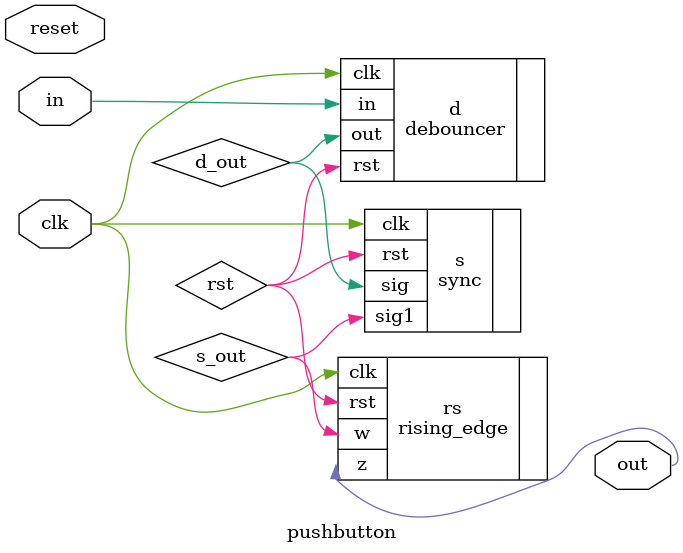
<source format=v>
`timescale 1ns / 1ps
module pushbutton(input clk, input reset, input in, output out );
    wire d_out;
    wire s_out;
    
    debouncer d( .clk(clk), .rst(rst), .in(in),  .out(d_out));
    sync s(.clk(clk), .rst(rst), .sig(d_out), .sig1(s_out));
    rising_edge rs(.clk(clk), .rst(rst), .w(s_out), .z(out));
    
endmodule

</source>
